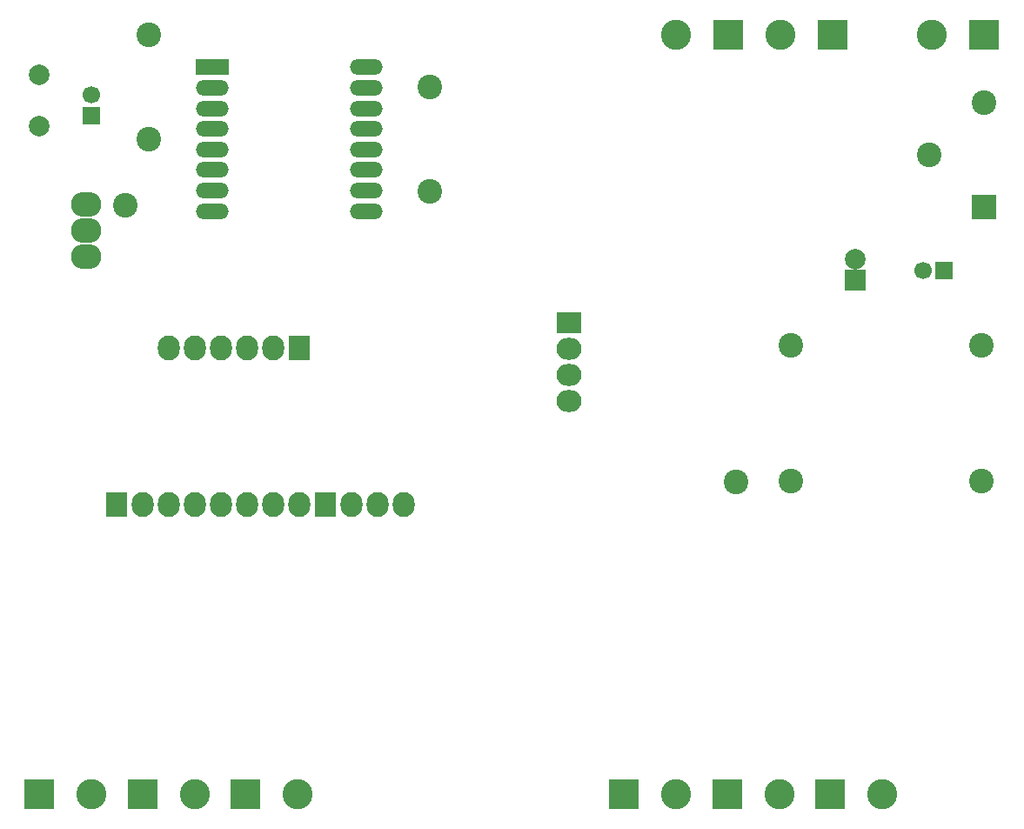
<source format=gbr>
G04 #@! TF.FileFunction,Soldermask,Bot*
%FSLAX46Y46*%
G04 Gerber Fmt 4.6, Leading zero omitted, Abs format (unit mm)*
G04 Created by KiCad (PCBNEW 4.0.7-e2-6376~58~ubuntu16.04.1) date Tue Dec 12 15:57:28 2017*
%MOMM*%
%LPD*%
G01*
G04 APERTURE LIST*
%ADD10C,0.100000*%
%ADD11C,2.400000*%
%ADD12R,2.940000X2.940000*%
%ADD13C,2.940000*%
%ADD14R,2.127200X2.432000*%
%ADD15O,2.127200X2.432000*%
%ADD16O,2.940000X2.432000*%
%ADD17R,3.200000X1.500000*%
%ADD18O,3.200000X1.500000*%
%ADD19R,1.700000X1.700000*%
%ADD20C,1.700000*%
%ADD21R,2.400000X2.400000*%
%ADD22R,2.432000X2.127200*%
%ADD23O,2.432000X2.127200*%
%ADD24C,2.398980*%
%ADD25C,2.000000*%
%ADD26R,2.000000X2.000000*%
G04 APERTURE END LIST*
D10*
D11*
X166624000Y-79756000D03*
X166624000Y-92964000D03*
X185166000Y-79756000D03*
X185166000Y-92964000D03*
D12*
X185420000Y-49530000D03*
D13*
X180340000Y-49530000D03*
D14*
X121285000Y-95250000D03*
D15*
X123825000Y-95250000D03*
X126365000Y-95250000D03*
X128905000Y-95250000D03*
D16*
X98044000Y-68580000D03*
X98044000Y-66040000D03*
X98044000Y-71120000D03*
D17*
X110300000Y-52700000D03*
D18*
X110300000Y-54700000D03*
X110300000Y-56700000D03*
X110300000Y-58700000D03*
X110300000Y-60700000D03*
X110300000Y-62700000D03*
X110300000Y-64700000D03*
X110300000Y-66700000D03*
X125300000Y-66700000D03*
X125300000Y-64700000D03*
X125300000Y-62700000D03*
X125300000Y-60700000D03*
X125300000Y-58700000D03*
X125300000Y-56700000D03*
X125300000Y-54700000D03*
X125300000Y-52700000D03*
D19*
X181483000Y-72517000D03*
D20*
X179483000Y-72517000D03*
D19*
X98552000Y-57404000D03*
D20*
X98552000Y-55404000D03*
D11*
X185417460Y-56133480D03*
D21*
X185417460Y-66293480D03*
D12*
X93472000Y-123444000D03*
D13*
X98552000Y-123444000D03*
D14*
X100965000Y-95250000D03*
D15*
X103505000Y-95250000D03*
X106045000Y-95250000D03*
X108585000Y-95250000D03*
X111125000Y-95250000D03*
X113665000Y-95250000D03*
X116205000Y-95250000D03*
X118745000Y-95250000D03*
D22*
X145034000Y-77597000D03*
D23*
X145034000Y-80137000D03*
X145034000Y-82677000D03*
X145034000Y-85217000D03*
D14*
X118745000Y-80010000D03*
D15*
X116205000Y-80010000D03*
X113665000Y-80010000D03*
X111125000Y-80010000D03*
X108585000Y-80010000D03*
X106045000Y-80010000D03*
D24*
X131445000Y-64770000D03*
X131445000Y-54610000D03*
X104140000Y-59690000D03*
X104140000Y-49530000D03*
X180086000Y-61214000D03*
X101854000Y-66167000D03*
D25*
X93472000Y-58420000D03*
X93472000Y-53420000D03*
D24*
X161290000Y-93091000D03*
D26*
X172847000Y-73406000D03*
D25*
X172847000Y-71406000D03*
D12*
X170434000Y-123444000D03*
D13*
X175514000Y-123444000D03*
D12*
X103505000Y-123444000D03*
D13*
X108585000Y-123444000D03*
D12*
X170688000Y-49530000D03*
D13*
X165608000Y-49530000D03*
D12*
X113538000Y-123444000D03*
D13*
X118618000Y-123444000D03*
D12*
X160528000Y-49530000D03*
D13*
X155448000Y-49530000D03*
D12*
X150368000Y-123444000D03*
D13*
X155448000Y-123444000D03*
D12*
X160401000Y-123444000D03*
D13*
X165481000Y-123444000D03*
M02*

</source>
